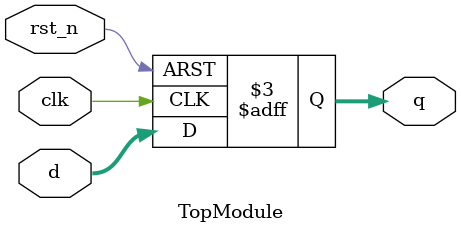
<source format=sv>
module TopModule (
    input wire clk,
    input wire rst_n,  // Asynchronous active-low reset
    input wire [7:0] d,
    output reg [7:0] q
);

always @(posedge clk or negedge rst_n) begin
    if (!rst_n)
        q <= 8'b00000000;  // Reset state
    else
        q <= d;  // Capture input on the rising edge
end

endmodule
</source>
